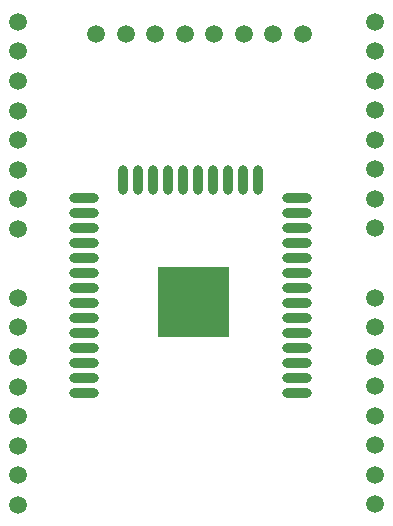
<source format=gbr>
%TF.GenerationSoftware,KiCad,Pcbnew,5.1.7-a382d34a8~88~ubuntu18.04.1*%
%TF.CreationDate,2021-02-15T21:35:44+01:00*%
%TF.ProjectId,test-board-esp32-assembly,74657374-2d62-46f6-9172-642d65737033,test*%
%TF.SameCoordinates,Original*%
%TF.FileFunction,Soldermask,Top*%
%TF.FilePolarity,Negative*%
%FSLAX46Y46*%
G04 Gerber Fmt 4.6, Leading zero omitted, Abs format (unit mm)*
G04 Created by KiCad (PCBNEW 5.1.7-a382d34a8~88~ubuntu18.04.1) date 2021-02-15 21:35:44*
%MOMM*%
%LPD*%
G01*
G04 APERTURE LIST*
%ADD10C,1.498702*%
%ADD11O,2.500102X0.900102*%
%ADD12O,0.900102X2.500102*%
G04 APERTURE END LIST*
D10*
%TO.C,J4*%
X123952000Y-87402000D03*
X123952000Y-89902000D03*
X123952000Y-92402000D03*
X123952000Y-94902000D03*
X123952000Y-97402000D03*
X123952000Y-99902000D03*
X123952000Y-102402000D03*
X123952000Y-104902000D03*
%TD*%
%TO.C,J1*%
X154178000Y-87376000D03*
X154178000Y-89876000D03*
X154178000Y-92376000D03*
X154178000Y-94876000D03*
X154178000Y-97376000D03*
X154178000Y-99876000D03*
X154178000Y-102376000D03*
X154178000Y-104876000D03*
%TD*%
%TO.C,J2*%
X154178000Y-81508000D03*
X154178000Y-79008000D03*
X154178000Y-76508000D03*
X154178000Y-74008000D03*
X154178000Y-71508000D03*
X154178000Y-69008000D03*
X154178000Y-66508000D03*
X154178000Y-64008000D03*
%TD*%
%TO.C,J3*%
X130556000Y-65024000D03*
X133056000Y-65024000D03*
X135556000Y-65024000D03*
X138056000Y-65024000D03*
X140556000Y-65024000D03*
X143056000Y-65024000D03*
X145556000Y-65024000D03*
X148056000Y-65024000D03*
%TD*%
%TO.C,J5*%
X123952000Y-81534000D03*
X123952000Y-79034000D03*
X123952000Y-76534000D03*
X123952000Y-74034000D03*
X123952000Y-71534000D03*
X123952000Y-69034000D03*
X123952000Y-66534000D03*
X123952000Y-64034000D03*
%TD*%
D11*
%TO.C,U1*%
X129520000Y-95450000D03*
X129520000Y-94180000D03*
X129520000Y-92910000D03*
X129520000Y-91640000D03*
X129520000Y-90370000D03*
X129520000Y-89100000D03*
X129520000Y-87830000D03*
X129520000Y-86560000D03*
X129520000Y-85290000D03*
X129520000Y-84020000D03*
X129520000Y-82750000D03*
X129520000Y-81480000D03*
X129520000Y-80210000D03*
X129520000Y-78940000D03*
D12*
X132805000Y-77450000D03*
X134075000Y-77450000D03*
X135345000Y-77450000D03*
X136615000Y-77450000D03*
X137885000Y-77450000D03*
X139155000Y-77450000D03*
X140425000Y-77450000D03*
X141695000Y-77450000D03*
X142965000Y-77450000D03*
X144235000Y-77450000D03*
D11*
X147520000Y-78940000D03*
X147520000Y-80210000D03*
X147520000Y-81480000D03*
X147520000Y-82750000D03*
X147520000Y-84020000D03*
X147520000Y-85290000D03*
X147520000Y-86560000D03*
X147520000Y-87830000D03*
X147520000Y-89100000D03*
X147520000Y-90370000D03*
X147520000Y-91640000D03*
X147520000Y-92910000D03*
X147520000Y-94180000D03*
X147520000Y-95450000D03*
G36*
G01*
X135819949Y-90750000D02*
X135819949Y-84750000D01*
G75*
G02*
X135820000Y-84749949I51J0D01*
G01*
X141820000Y-84749949D01*
G75*
G02*
X141820051Y-84750000I0J-51D01*
G01*
X141820051Y-90750000D01*
G75*
G02*
X141820000Y-90750051I-51J0D01*
G01*
X135820000Y-90750051D01*
G75*
G02*
X135819949Y-90750000I0J51D01*
G01*
G37*
%TD*%
M02*

</source>
